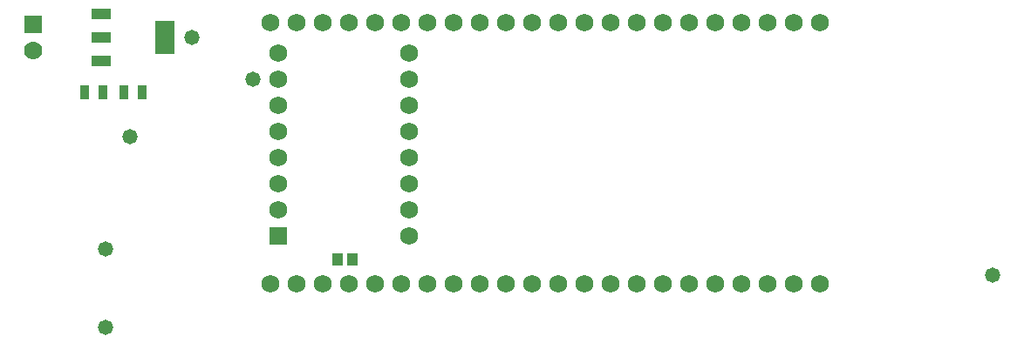
<source format=gbr>
%TF.GenerationSoftware,Altium Limited,Altium Designer,24.7.2 (38)*%
G04 Layer_Color=16711935*
%FSLAX45Y45*%
%MOMM*%
%TF.SameCoordinates,4658354D-353F-4C49-8F46-90FD7368F250*%
%TF.FilePolarity,Negative*%
%TF.FileFunction,Soldermask,Bot*%
%TF.Part,Single*%
G01*
G75*
%TA.AperFunction,SMDPad,CuDef*%
%ADD33R,0.95000X1.40000*%
%TA.AperFunction,ComponentPad*%
%ADD47R,1.77820X1.77820*%
%ADD48C,1.77820*%
%ADD49C,1.72720*%
%ADD50R,1.72720X1.72720*%
%TA.AperFunction,ViaPad*%
%ADD51C,1.47320*%
%TA.AperFunction,SMDPad,CuDef*%
%ADD52R,1.00320X1.20320*%
%ADD53R,1.96320X3.34320*%
%ADD54R,1.96320X1.08320*%
D33*
X4004100Y4318000D02*
D03*
X3819100D02*
D03*
X4200100D02*
D03*
X4385100D02*
D03*
D47*
X3327400Y4974400D02*
D03*
D48*
Y4724400D02*
D03*
D49*
X6972300Y2921000D02*
D03*
Y3175000D02*
D03*
Y3429000D02*
D03*
Y3683000D02*
D03*
Y3937000D02*
D03*
Y4191000D02*
D03*
Y4445000D02*
D03*
Y4699000D02*
D03*
X5702300D02*
D03*
Y4445000D02*
D03*
Y4191000D02*
D03*
Y3937000D02*
D03*
Y3683000D02*
D03*
Y3429000D02*
D03*
Y3175000D02*
D03*
X10706100Y4991100D02*
D03*
X10452100D02*
D03*
X10198100D02*
D03*
X9944100D02*
D03*
X9690100D02*
D03*
X9436100D02*
D03*
X9182100D02*
D03*
X8928100D02*
D03*
X8674100D02*
D03*
X8420100D02*
D03*
X8166100D02*
D03*
X7912100D02*
D03*
X7658100D02*
D03*
X7404100D02*
D03*
X7150100D02*
D03*
X6896100D02*
D03*
X6642100D02*
D03*
X6388100D02*
D03*
X6134100D02*
D03*
X5880100D02*
D03*
X5626100D02*
D03*
X10960100Y2451100D02*
D03*
X10706100D02*
D03*
X10452100D02*
D03*
X10198100D02*
D03*
X9944100D02*
D03*
X9690100D02*
D03*
X9436100D02*
D03*
X9182100D02*
D03*
X8928100D02*
D03*
X8674100D02*
D03*
X8420100D02*
D03*
X8166100D02*
D03*
X7912100D02*
D03*
X7658100D02*
D03*
X7404100D02*
D03*
X6896100D02*
D03*
X6642100D02*
D03*
X6388100D02*
D03*
X6134100D02*
D03*
X5880100D02*
D03*
X5626100D02*
D03*
X7150100D02*
D03*
X10960100Y4991100D02*
D03*
D50*
X5702300Y2921000D02*
D03*
D51*
X5461000Y4445000D02*
D03*
X4025900Y2032000D02*
D03*
X4267200Y3886200D02*
D03*
X4025900Y2794000D02*
D03*
X4864100Y4851400D02*
D03*
X12636500Y2540000D02*
D03*
D52*
X6426200Y2692400D02*
D03*
X6276200D02*
D03*
D53*
X4605100Y4851400D02*
D03*
D54*
X3980100Y5081400D02*
D03*
Y4851400D02*
D03*
Y4621400D02*
D03*
%TF.MD5,3a1be6e17aa543b79e4c86199463d3bc*%
M02*

</source>
